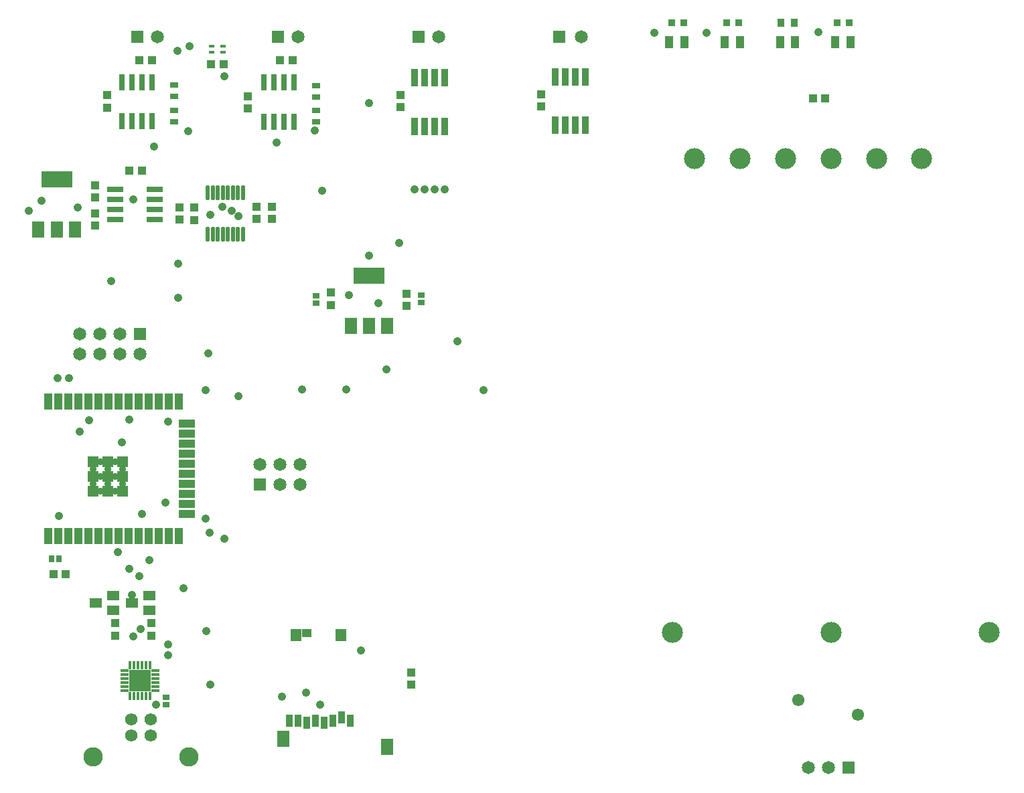
<source format=gts>
%FSTAX23Y23*%
%MOIN*%
%SFA1B1*%

%IPPOS*%
%AMD35*
4,1,8,0.011000,-0.030300,0.011000,0.030300,0.006100,0.035200,-0.006100,0.035200,-0.011000,0.030300,-0.011000,-0.030300,-0.006100,-0.035200,0.006100,-0.035200,0.011000,-0.030300,0.0*
1,1,0.009940,0.006100,-0.030300*
1,1,0.009940,0.006100,0.030300*
1,1,0.009940,-0.006100,0.030300*
1,1,0.009940,-0.006100,-0.030300*
%
%ADD19R,0.042130X0.060240*%
%ADD20R,0.058270X0.058270*%
%ADD21R,0.084650X0.041340*%
%ADD22R,0.041340X0.084650*%
%ADD23R,0.083910X0.026910*%
%ADD24R,0.017720X0.039370*%
%ADD25R,0.039370X0.017720*%
%ADD26R,0.106300X0.106300*%
%ADD27R,0.042130X0.044490*%
%ADD28R,0.061020X0.045280*%
%ADD29R,0.042520X0.040160*%
%ADD30R,0.044490X0.042130*%
%ADD31R,0.064960X0.084650*%
%ADD32R,0.155510X0.084650*%
%ADD33R,0.034250X0.031100*%
%ADD34R,0.031100X0.034250*%
G04~CAMADD=35~8~0.0~0.0~704.7~220.5~49.7~0.0~15~0.0~0.0~0.0~0.0~0~0.0~0.0~0.0~0.0~0~0.0~0.0~0.0~270.0~220.0~704.0*
%ADD35D35*%
%ADD36R,0.031910X0.085910*%
%ADD37R,0.025590X0.017720*%
%ADD38R,0.041340X0.031500*%
%ADD39R,0.026910X0.083910*%
%ADD40R,0.037400X0.037400*%
%ADD41R,0.037800X0.042520*%
%ADD42R,0.061020X0.080710*%
%ADD43R,0.037400X0.064960*%
%ADD44R,0.057090X0.061020*%
%ADD45R,0.045280X0.043310*%
%ADD46C,0.104330*%
%ADD47C,0.035910*%
%ADD48C,0.062130*%
%ADD49C,0.096460*%
%ADD50R,0.064960X0.064960*%
%ADD51C,0.064960*%
%ADD52C,0.061020*%
%ADD53C,0.040910*%
%LNpcb1-1*%
%LPD*%
G54D19*
X05315Y0476D03*
X05239D03*
X04965D03*
X0504D03*
X04689D03*
X04765D03*
X04414D03*
X0449D03*
G54D20*
X01692Y02667D03*
Y02522D03*
Y02595D03*
X01547Y02667D03*
Y02522D03*
Y02595D03*
X0162Y02667D03*
Y02522D03*
Y02595D03*
G54D21*
X02014Y02409D03*
Y02459D03*
Y02509D03*
Y02559D03*
Y02609D03*
Y02859D03*
Y02809D03*
Y02759D03*
Y02709D03*
Y02659D03*
G54D22*
X01324Y02969D03*
X01374D03*
X01424D03*
X01474D03*
X01524D03*
X01574D03*
X01624D03*
X01674D03*
X01724D03*
X01774D03*
X01824D03*
X01874D03*
X01924D03*
X01974D03*
X01324Y02299D03*
X01374D03*
X01424D03*
X01474D03*
X01524D03*
X01574D03*
X01624D03*
X01674D03*
X01724D03*
X01774D03*
X01824D03*
X01874D03*
X01924D03*
X01974D03*
G54D23*
X01658Y04025D03*
Y03975D03*
Y03925D03*
Y03875D03*
X01852D03*
Y03925D03*
Y03975D03*
Y04025D03*
G54D24*
X0173Y01503D03*
X0175D03*
X0177D03*
X01789D03*
X01809D03*
X01829D03*
Y01656D03*
X01809D03*
X01789D03*
X0177D03*
X0175D03*
X0173D03*
G54D25*
X01856Y0153D03*
Y0155D03*
Y0157D03*
Y01589D03*
Y01609D03*
Y01629D03*
X01703D03*
Y01609D03*
Y01589D03*
Y0157D03*
Y0155D03*
Y0153D03*
G54D26*
X0178Y0158D03*
G54D27*
X05191Y0448D03*
X0513D03*
X0141Y0211D03*
X01349D03*
X0179Y0412D03*
X01728D03*
X02195Y0465D03*
X02133D03*
X01778Y0467D03*
X0184D03*
X0254D03*
X02478D03*
G54D28*
X01646Y01927D03*
Y02002D03*
X0156Y01965D03*
X0174D03*
X01826Y02002D03*
Y01927D03*
G54D29*
X01655Y01803D03*
Y01865D03*
X01835D03*
Y01803D03*
X01555Y04046D03*
Y03985D03*
Y03906D03*
Y03845D03*
G54D30*
X0313Y0162D03*
Y01558D03*
X0273Y03511D03*
Y0345D03*
X03105Y03445D03*
Y03506D03*
X0205Y03873D03*
Y03935D03*
X01975Y03875D03*
Y03936D03*
X02435Y03878D03*
Y0394D03*
X0236Y03878D03*
Y0394D03*
X03775Y045D03*
Y04438D03*
X03075Y04496D03*
Y04435D03*
X01615Y04433D03*
Y04495D03*
X02315Y0449D03*
Y04428D03*
G54D31*
X0292Y03345D03*
X02829D03*
X0301D03*
X01365Y03825D03*
X01274D03*
X01455D03*
G54D32*
X0292Y03594D03*
X01365Y04074D03*
G54D33*
X02655Y03495D03*
Y0346D03*
X0318Y03462D03*
Y03497D03*
X0191Y0146D03*
Y01495D03*
G54D34*
X01375Y02185D03*
X0134D03*
G54D35*
X02292Y04008D03*
X02267D03*
X02242D03*
X02217D03*
X02192D03*
X02167D03*
X02142D03*
X02117D03*
Y03801D03*
X02142D03*
X02167D03*
X02192D03*
X02217D03*
X02242D03*
X02267D03*
X02292D03*
G54D36*
X03145Y04339D03*
Y04581D03*
X03195Y04339D03*
X03245D03*
X03195Y04581D03*
X03245D03*
X03295Y04339D03*
Y04581D03*
X03845Y04344D03*
Y04586D03*
X03895Y04344D03*
X03945D03*
X03895Y04586D03*
X03945D03*
X03995Y04344D03*
Y04586D03*
G54D37*
X02137Y0474D03*
Y04709D03*
X02192D03*
Y0474D03*
G54D38*
X0195Y04362D03*
Y0442D03*
Y04545D03*
Y04487D03*
X02655Y04485D03*
Y04542D03*
Y0442D03*
Y04362D03*
G54D39*
X0184Y0456D03*
X0179D03*
X0174D03*
X0169D03*
Y04366D03*
X0174D03*
X0179D03*
X0184D03*
X02545Y04363D03*
X02495D03*
X02445D03*
X02395D03*
Y04557D03*
X02445D03*
X02495D03*
X02545D03*
G54D40*
X0525Y04855D03*
X05309D03*
X047D03*
X04759D03*
X04425D03*
X04485D03*
G54D41*
X04971Y04855D03*
X05035D03*
G54D42*
X0301Y01249D03*
X02492Y01288D03*
G54D43*
X02826Y01378D03*
X02783Y01394D03*
X02739Y01378D03*
X02696Y0137D03*
X02653Y01378D03*
X0261Y0137D03*
X02566Y01378D03*
X02523D03*
G54D44*
X02779Y01806D03*
X02555D03*
G54D45*
X0261Y01815D03*
G54D46*
X0454Y0418D03*
X04766D03*
X04992D03*
X05219D03*
X05445D03*
X05671D03*
X06006Y01817D03*
X05219D03*
X04431D03*
G54D47*
X01692Y02631D03*
Y02558D03*
X01547Y02631D03*
Y02558D03*
X0162Y02631D03*
Y02558D03*
X01656Y02667D03*
Y02595D03*
Y02522D03*
X01583Y02667D03*
Y02522D03*
Y02595D03*
G54D48*
X01834Y01385D03*
X01735D03*
Y01306D03*
X01834D03*
G54D49*
X01547Y012D03*
X02022D03*
G54D50*
X05305Y01145D03*
X0178Y03305D03*
X01765Y04785D03*
X02465D03*
X03165D03*
X03865D03*
X02375Y02555D03*
G54D51*
X05205Y01145D03*
X05105D03*
X0148Y03205D03*
Y03305D03*
X0158Y03205D03*
Y03305D03*
X0168Y03205D03*
Y03305D03*
X0178Y03205D03*
X01865Y04785D03*
X02565D03*
X03265D03*
X03975D03*
X02575Y02655D03*
Y02555D03*
X02475Y02655D03*
Y02555D03*
X02375Y02655D03*
G54D52*
X05057Y01482D03*
X05352Y01407D03*
G54D53*
X0186Y0146D03*
X0282Y035D03*
X02965Y0346D03*
X0336Y0327D03*
X03005Y0313D03*
X0288Y0173D03*
X0213Y0156D03*
X0211Y01825D03*
X01995Y0204D03*
X02105Y02385D03*
X0179Y0241D03*
X0169Y02765D03*
X0197Y03485D03*
Y03655D03*
X01635Y0357D03*
X0213Y039D03*
X0147Y03935D03*
X0129Y0397D03*
X01225Y0392D03*
X0202Y04315D03*
X0265Y0432D03*
X01745Y03975D03*
X022Y0459D03*
X02805Y0303D03*
X02585D03*
X0227Y02995D03*
X02605Y0152D03*
X02485Y015D03*
X018Y0156D03*
X0176Y016D03*
X02675Y0146D03*
X0192Y01705D03*
X01375Y024D03*
X0148Y0282D03*
X0212Y0321D03*
X05155Y0481D03*
X0349Y03025D03*
X02105D03*
X01725Y0288D03*
X0307Y0376D03*
X0434Y04805D03*
X046D03*
X01725Y02135D03*
X0192Y0176D03*
X03245Y04025D03*
X03195D03*
X03145D03*
X03295D03*
X01775Y021D03*
X01825Y0218D03*
X0167Y0222D03*
X0174Y02005D03*
X022Y02285D03*
X02125Y02315D03*
X0137Y03085D03*
X01965Y04715D03*
X01425Y03085D03*
X02025Y0474D03*
X0219Y0394D03*
X02269Y03891D03*
X02235Y0392D03*
X0292Y03695D03*
Y04455D03*
X01905Y02465D03*
X01745Y018D03*
X0185Y0424D03*
X0246Y0426D03*
X02685Y0402D03*
X01784Y01834D03*
X01525Y02875D03*
X0192Y0287D03*
M02*
</source>
